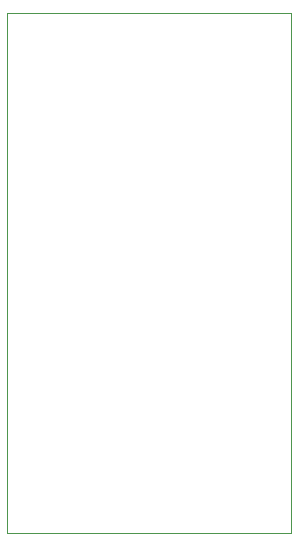
<source format=gm1>
%TF.GenerationSoftware,KiCad,Pcbnew,8.0.2-1*%
%TF.CreationDate,2024-09-30T19:10:58+01:00*%
%TF.ProjectId,test_module_2,74657374-5f6d-46f6-9475-6c655f322e6b,rev?*%
%TF.SameCoordinates,PX8583b00PY68e7780*%
%TF.FileFunction,Profile,NP*%
%FSLAX46Y46*%
G04 Gerber Fmt 4.6, Leading zero omitted, Abs format (unit mm)*
G04 Created by KiCad (PCBNEW 8.0.2-1) date 2024-09-30 19:10:58*
%MOMM*%
%LPD*%
G01*
G04 APERTURE LIST*
%TA.AperFunction,Profile*%
%ADD10C,0.050000*%
%TD*%
G04 APERTURE END LIST*
D10*
X-12000000Y22000000D02*
X12000000Y22000000D01*
X12000000Y-22000000D01*
X-12000000Y-22000000D01*
X-12000000Y22000000D01*
M02*

</source>
